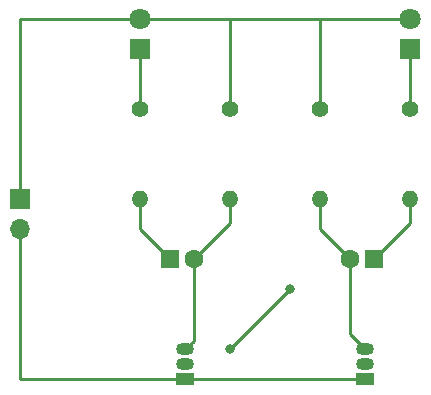
<source format=gbr>
%TF.GenerationSoftware,KiCad,Pcbnew,7.0.6*%
%TF.CreationDate,2023-08-09T00:10:05+09:00*%
%TF.ProjectId,sample_project,73616d70-6c65-45f7-9072-6f6a6563742e,rev?*%
%TF.SameCoordinates,Original*%
%TF.FileFunction,Copper,L1,Top*%
%TF.FilePolarity,Positive*%
%FSLAX46Y46*%
G04 Gerber Fmt 4.6, Leading zero omitted, Abs format (unit mm)*
G04 Created by KiCad (PCBNEW 7.0.6) date 2023-08-09 00:10:05*
%MOMM*%
%LPD*%
G01*
G04 APERTURE LIST*
%TA.AperFunction,ComponentPad*%
%ADD10C,1.400000*%
%TD*%
%TA.AperFunction,ComponentPad*%
%ADD11O,1.400000X1.400000*%
%TD*%
%TA.AperFunction,ComponentPad*%
%ADD12R,1.600000X1.600000*%
%TD*%
%TA.AperFunction,ComponentPad*%
%ADD13C,1.600000*%
%TD*%
%TA.AperFunction,ComponentPad*%
%ADD14R,1.500000X1.050000*%
%TD*%
%TA.AperFunction,ComponentPad*%
%ADD15O,1.500000X1.050000*%
%TD*%
%TA.AperFunction,ComponentPad*%
%ADD16R,1.700000X1.700000*%
%TD*%
%TA.AperFunction,ComponentPad*%
%ADD17O,1.700000X1.700000*%
%TD*%
%TA.AperFunction,ComponentPad*%
%ADD18R,1.800000X1.800000*%
%TD*%
%TA.AperFunction,ComponentPad*%
%ADD19C,1.800000*%
%TD*%
%TA.AperFunction,ViaPad*%
%ADD20C,0.800000*%
%TD*%
%TA.AperFunction,Conductor*%
%ADD21C,0.250000*%
%TD*%
G04 APERTURE END LIST*
D10*
%TO.P,R4,1*%
%TO.N,Net-(D2-K)*%
X160020000Y-93980000D03*
D11*
%TO.P,R4,2*%
%TO.N,Net-(Q1-C)*%
X160020000Y-101600000D03*
%TD*%
D12*
%TO.P,C2,1*%
%TO.N,Net-(Q1-C)*%
X156940000Y-106680000D03*
D13*
%TO.P,C2,2*%
%TO.N,Net-(Q2-B)*%
X154940000Y-106680000D03*
%TD*%
D14*
%TO.P,Q1,1,E*%
%TO.N,GND*%
X140970000Y-116840000D03*
D15*
%TO.P,Q1,2,C*%
%TO.N,Net-(Q1-C)*%
X140970000Y-115570000D03*
%TO.P,Q1,3,B*%
%TO.N,Net-(Q1-B)*%
X140970000Y-114300000D03*
%TD*%
D10*
%TO.P,R1,1*%
%TO.N,Net-(D1-K)*%
X137160000Y-93980000D03*
D11*
%TO.P,R1,2*%
%TO.N,Net-(Q2-C)*%
X137160000Y-101600000D03*
%TD*%
D16*
%TO.P,J1,1,Pin_1*%
%TO.N,VCC*%
X127000000Y-101600000D03*
D17*
%TO.P,J1,2,Pin_2*%
%TO.N,GND*%
X127000000Y-104140000D03*
%TD*%
D18*
%TO.P,D2,1,K*%
%TO.N,Net-(D2-K)*%
X160020000Y-88900000D03*
D19*
%TO.P,D2,2,A*%
%TO.N,VCC*%
X160020000Y-86360000D03*
%TD*%
D10*
%TO.P,R2,1*%
%TO.N,VCC*%
X144780000Y-93980000D03*
D11*
%TO.P,R2,2*%
%TO.N,Net-(Q1-B)*%
X144780000Y-101600000D03*
%TD*%
D12*
%TO.P,C1,1*%
%TO.N,Net-(Q2-C)*%
X139700000Y-106680000D03*
D13*
%TO.P,C1,2*%
%TO.N,Net-(Q1-B)*%
X141700000Y-106680000D03*
%TD*%
D11*
%TO.P,R3,2*%
%TO.N,Net-(Q2-B)*%
X152400000Y-101600000D03*
D10*
%TO.P,R3,1*%
%TO.N,VCC*%
X152400000Y-93980000D03*
%TD*%
D14*
%TO.P,Q2,1,E*%
%TO.N,GND*%
X156210000Y-116840000D03*
D15*
%TO.P,Q2,2,C*%
%TO.N,Net-(Q2-C)*%
X156210000Y-115570000D03*
%TO.P,Q2,3,B*%
%TO.N,Net-(Q2-B)*%
X156210000Y-114300000D03*
%TD*%
D18*
%TO.P,D1,1,K*%
%TO.N,Net-(D1-K)*%
X137160000Y-88900000D03*
D19*
%TO.P,D1,2,A*%
%TO.N,VCC*%
X137160000Y-86360000D03*
%TD*%
D20*
%TO.N,Net-(Q1-C)*%
X144780000Y-114300000D03*
X149860000Y-109220000D03*
%TD*%
D21*
%TO.N,Net-(Q1-C)*%
X149860000Y-109220000D02*
X144780000Y-114300000D01*
%TO.N,GND*%
X127000000Y-116840000D02*
X127000000Y-104140000D01*
X140970000Y-116840000D02*
X127000000Y-116840000D01*
X140970000Y-116840000D02*
X156210000Y-116840000D01*
%TO.N,Net-(Q1-B)*%
X141700000Y-113570000D02*
X140970000Y-114300000D01*
X141700000Y-106680000D02*
X141700000Y-113570000D01*
%TO.N,Net-(Q2-B)*%
X154940000Y-113030000D02*
X154940000Y-106680000D01*
X156210000Y-114300000D02*
X154940000Y-113030000D01*
%TO.N,Net-(Q1-B)*%
X144780000Y-103600000D02*
X141700000Y-106680000D01*
X144780000Y-101600000D02*
X144780000Y-103600000D01*
%TO.N,Net-(Q2-B)*%
X152400000Y-104140000D02*
X154940000Y-106680000D01*
X152400000Y-101600000D02*
X152400000Y-104140000D01*
%TO.N,Net-(Q1-C)*%
X160020000Y-103600000D02*
X156940000Y-106680000D01*
X160020000Y-101600000D02*
X160020000Y-103600000D01*
%TO.N,Net-(Q2-C)*%
X137160000Y-104140000D02*
X139700000Y-106680000D01*
X137160000Y-101600000D02*
X137160000Y-104140000D01*
%TO.N,Net-(D1-K)*%
X137160000Y-93980000D02*
X137160000Y-88900000D01*
%TO.N,Net-(D2-K)*%
X160020000Y-93980000D02*
X160020000Y-88900000D01*
%TO.N,VCC*%
X144780000Y-93980000D02*
X144780000Y-86360000D01*
X144780000Y-86360000D02*
X152400000Y-86360000D01*
X127000000Y-86360000D02*
X144780000Y-86360000D01*
X152400000Y-93980000D02*
X152400000Y-86360000D01*
X152400000Y-86360000D02*
X160020000Y-86360000D01*
X127000000Y-101600000D02*
X127000000Y-86360000D01*
%TD*%
M02*

</source>
